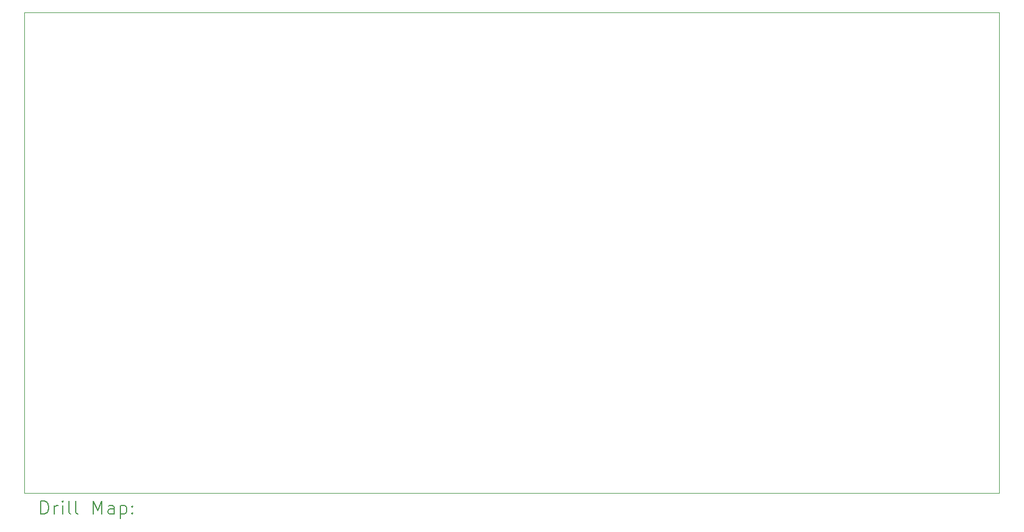
<source format=gbr>
%TF.GenerationSoftware,KiCad,Pcbnew,7.0.2*%
%TF.CreationDate,2024-03-07T16:30:55-05:00*%
%TF.ProjectId,rrc_pcb2,7272635f-7063-4623-922e-6b696361645f,3*%
%TF.SameCoordinates,Original*%
%TF.FileFunction,Drillmap*%
%TF.FilePolarity,Positive*%
%FSLAX45Y45*%
G04 Gerber Fmt 4.5, Leading zero omitted, Abs format (unit mm)*
G04 Created by KiCad (PCBNEW 7.0.2) date 2024-03-07 16:30:55*
%MOMM*%
%LPD*%
G01*
G04 APERTURE LIST*
%ADD10C,0.050000*%
%ADD11C,0.200000*%
G04 APERTURE END LIST*
D10*
X4191000Y-2065671D02*
X18796000Y-2065671D01*
X18796000Y-9271000D01*
X4191000Y-9271000D01*
X4191000Y-2065671D01*
D11*
X4436119Y-9586024D02*
X4436119Y-9386024D01*
X4436119Y-9386024D02*
X4483738Y-9386024D01*
X4483738Y-9386024D02*
X4512310Y-9395548D01*
X4512310Y-9395548D02*
X4531357Y-9414595D01*
X4531357Y-9414595D02*
X4540881Y-9433643D01*
X4540881Y-9433643D02*
X4550405Y-9471738D01*
X4550405Y-9471738D02*
X4550405Y-9500310D01*
X4550405Y-9500310D02*
X4540881Y-9538405D01*
X4540881Y-9538405D02*
X4531357Y-9557452D01*
X4531357Y-9557452D02*
X4512310Y-9576500D01*
X4512310Y-9576500D02*
X4483738Y-9586024D01*
X4483738Y-9586024D02*
X4436119Y-9586024D01*
X4636119Y-9586024D02*
X4636119Y-9452690D01*
X4636119Y-9490786D02*
X4645643Y-9471738D01*
X4645643Y-9471738D02*
X4655167Y-9462214D01*
X4655167Y-9462214D02*
X4674214Y-9452690D01*
X4674214Y-9452690D02*
X4693262Y-9452690D01*
X4759929Y-9586024D02*
X4759929Y-9452690D01*
X4759929Y-9386024D02*
X4750405Y-9395548D01*
X4750405Y-9395548D02*
X4759929Y-9405071D01*
X4759929Y-9405071D02*
X4769452Y-9395548D01*
X4769452Y-9395548D02*
X4759929Y-9386024D01*
X4759929Y-9386024D02*
X4759929Y-9405071D01*
X4883738Y-9586024D02*
X4864690Y-9576500D01*
X4864690Y-9576500D02*
X4855167Y-9557452D01*
X4855167Y-9557452D02*
X4855167Y-9386024D01*
X4988500Y-9586024D02*
X4969452Y-9576500D01*
X4969452Y-9576500D02*
X4959929Y-9557452D01*
X4959929Y-9557452D02*
X4959929Y-9386024D01*
X5217071Y-9586024D02*
X5217071Y-9386024D01*
X5217071Y-9386024D02*
X5283738Y-9528881D01*
X5283738Y-9528881D02*
X5350405Y-9386024D01*
X5350405Y-9386024D02*
X5350405Y-9586024D01*
X5531357Y-9586024D02*
X5531357Y-9481262D01*
X5531357Y-9481262D02*
X5521833Y-9462214D01*
X5521833Y-9462214D02*
X5502786Y-9452690D01*
X5502786Y-9452690D02*
X5464690Y-9452690D01*
X5464690Y-9452690D02*
X5445643Y-9462214D01*
X5531357Y-9576500D02*
X5512310Y-9586024D01*
X5512310Y-9586024D02*
X5464690Y-9586024D01*
X5464690Y-9586024D02*
X5445643Y-9576500D01*
X5445643Y-9576500D02*
X5436119Y-9557452D01*
X5436119Y-9557452D02*
X5436119Y-9538405D01*
X5436119Y-9538405D02*
X5445643Y-9519357D01*
X5445643Y-9519357D02*
X5464690Y-9509833D01*
X5464690Y-9509833D02*
X5512310Y-9509833D01*
X5512310Y-9509833D02*
X5531357Y-9500310D01*
X5626595Y-9452690D02*
X5626595Y-9652690D01*
X5626595Y-9462214D02*
X5645643Y-9452690D01*
X5645643Y-9452690D02*
X5683738Y-9452690D01*
X5683738Y-9452690D02*
X5702786Y-9462214D01*
X5702786Y-9462214D02*
X5712309Y-9471738D01*
X5712309Y-9471738D02*
X5721833Y-9490786D01*
X5721833Y-9490786D02*
X5721833Y-9547929D01*
X5721833Y-9547929D02*
X5712309Y-9566976D01*
X5712309Y-9566976D02*
X5702786Y-9576500D01*
X5702786Y-9576500D02*
X5683738Y-9586024D01*
X5683738Y-9586024D02*
X5645643Y-9586024D01*
X5645643Y-9586024D02*
X5626595Y-9576500D01*
X5807548Y-9566976D02*
X5817071Y-9576500D01*
X5817071Y-9576500D02*
X5807548Y-9586024D01*
X5807548Y-9586024D02*
X5798024Y-9576500D01*
X5798024Y-9576500D02*
X5807548Y-9566976D01*
X5807548Y-9566976D02*
X5807548Y-9586024D01*
X5807548Y-9462214D02*
X5817071Y-9471738D01*
X5817071Y-9471738D02*
X5807548Y-9481262D01*
X5807548Y-9481262D02*
X5798024Y-9471738D01*
X5798024Y-9471738D02*
X5807548Y-9462214D01*
X5807548Y-9462214D02*
X5807548Y-9481262D01*
M02*

</source>
